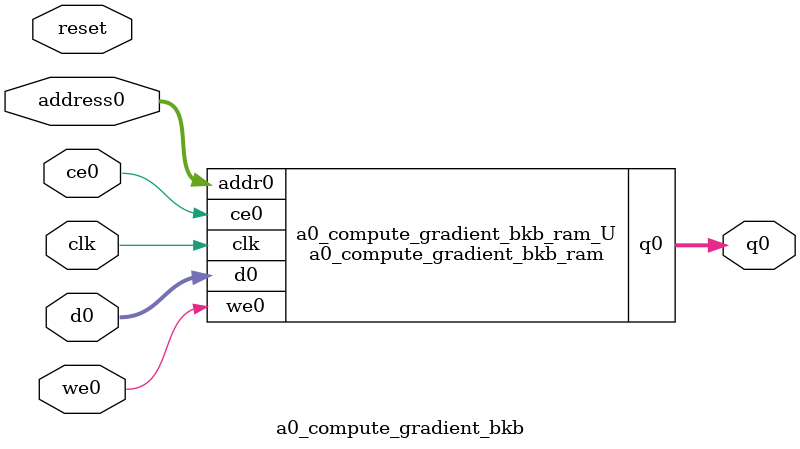
<source format=v>

`timescale 1 ns / 1 ps
module a0_compute_gradient_bkb_ram (addr0, ce0, d0, we0, q0,  clk);

parameter DWIDTH = 32;
parameter AWIDTH = 5;
parameter MEM_SIZE = 32;

input[AWIDTH-1:0] addr0;
input ce0;
input[DWIDTH-1:0] d0;
input we0;
output reg[DWIDTH-1:0] q0;
input clk;

(* ram_style = "block" *)reg [DWIDTH-1:0] ram[0:MEM_SIZE-1];




always @(posedge clk)  
begin 
    if (ce0) 
    begin
        if (we0) 
        begin 
            ram[addr0] <= d0; 
            q0 <= d0;
        end 
        else 
            q0 <= ram[addr0];
    end
end


endmodule


`timescale 1 ns / 1 ps
module a0_compute_gradient_bkb(
    reset,
    clk,
    address0,
    ce0,
    we0,
    d0,
    q0);

parameter DataWidth = 32'd32;
parameter AddressRange = 32'd32;
parameter AddressWidth = 32'd5;
input reset;
input clk;
input[AddressWidth - 1:0] address0;
input ce0;
input we0;
input[DataWidth - 1:0] d0;
output[DataWidth - 1:0] q0;



a0_compute_gradient_bkb_ram a0_compute_gradient_bkb_ram_U(
    .clk( clk ),
    .addr0( address0 ),
    .ce0( ce0 ),
    .we0( we0 ),
    .d0( d0 ),
    .q0( q0 ));

endmodule


</source>
